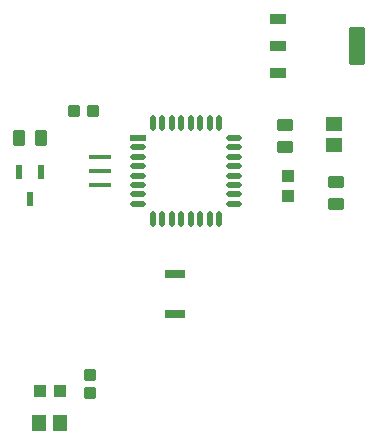
<source format=gbr>
%TF.GenerationSoftware,Altium Limited,Altium Designer,20.0.13 (296)*%
G04 Layer_Color=8421504*
%FSLAX45Y45*%
%MOMM*%
%TF.FileFunction,Paste,Top*%
%TF.Part,Single*%
G01*
G75*
%TA.AperFunction,SMDPad,CuDef*%
%ADD10R,1.47000X1.16000*%
G04:AMPARAMS|DCode=11|XSize=1mm|YSize=1.42mm|CornerRadius=0.125mm|HoleSize=0mm|Usage=FLASHONLY|Rotation=90.000|XOffset=0mm|YOffset=0mm|HoleType=Round|Shape=RoundedRectangle|*
%AMROUNDEDRECTD11*
21,1,1.00000,1.17000,0,0,90.0*
21,1,0.75000,1.42000,0,0,90.0*
1,1,0.25000,0.58500,0.37500*
1,1,0.25000,0.58500,-0.37500*
1,1,0.25000,-0.58500,-0.37500*
1,1,0.25000,-0.58500,0.37500*
%
%ADD11ROUNDEDRECTD11*%
%ADD12R,1.00000X1.10000*%
%ADD13R,1.70000X0.80000*%
%ADD15R,1.35523X0.48583*%
G04:AMPARAMS|DCode=16|XSize=1.35523mm|YSize=0.48583mm|CornerRadius=0.24292mm|HoleSize=0mm|Usage=FLASHONLY|Rotation=0.000|XOffset=0mm|YOffset=0mm|HoleType=Round|Shape=RoundedRectangle|*
%AMROUNDEDRECTD16*
21,1,1.35523,0.00000,0,0,0.0*
21,1,0.86940,0.48583,0,0,0.0*
1,1,0.48583,0.43470,0.00000*
1,1,0.48583,-0.43470,0.00000*
1,1,0.48583,-0.43470,0.00000*
1,1,0.48583,0.43470,0.00000*
%
%ADD16ROUNDEDRECTD16*%
G04:AMPARAMS|DCode=17|XSize=0.48583mm|YSize=1.35523mm|CornerRadius=0.24292mm|HoleSize=0mm|Usage=FLASHONLY|Rotation=0.000|XOffset=0mm|YOffset=0mm|HoleType=Round|Shape=RoundedRectangle|*
%AMROUNDEDRECTD17*
21,1,0.48583,0.86940,0,0,0.0*
21,1,0.00000,1.35523,0,0,0.0*
1,1,0.48583,0.00000,-0.43470*
1,1,0.48583,0.00000,-0.43470*
1,1,0.48583,0.00000,0.43470*
1,1,0.48583,0.00000,0.43470*
%
%ADD17ROUNDEDRECTD17*%
%ADD18R,1.90000X0.40000*%
G04:AMPARAMS|DCode=19|XSize=0.94mm|YSize=1.02mm|CornerRadius=0.094mm|HoleSize=0mm|Usage=FLASHONLY|Rotation=0.000|XOffset=0mm|YOffset=0mm|HoleType=Round|Shape=RoundedRectangle|*
%AMROUNDEDRECTD19*
21,1,0.94000,0.83200,0,0,0.0*
21,1,0.75200,1.02000,0,0,0.0*
1,1,0.18800,0.37600,-0.41600*
1,1,0.18800,-0.37600,-0.41600*
1,1,0.18800,-0.37600,0.41600*
1,1,0.18800,0.37600,0.41600*
%
%ADD19ROUNDEDRECTD19*%
G04:AMPARAMS|DCode=20|XSize=1mm|YSize=1.42mm|CornerRadius=0.125mm|HoleSize=0mm|Usage=FLASHONLY|Rotation=180.000|XOffset=0mm|YOffset=0mm|HoleType=Round|Shape=RoundedRectangle|*
%AMROUNDEDRECTD20*
21,1,1.00000,1.17000,0,0,180.0*
21,1,0.75000,1.42000,0,0,180.0*
1,1,0.25000,-0.37500,0.58500*
1,1,0.25000,0.37500,0.58500*
1,1,0.25000,0.37500,-0.58500*
1,1,0.25000,-0.37500,-0.58500*
%
%ADD20ROUNDEDRECTD20*%
%ADD21R,0.60000X1.15000*%
%ADD22R,1.10000X1.00000*%
%ADD23R,1.16000X1.47000*%
G04:AMPARAMS|DCode=24|XSize=0.94mm|YSize=1.02mm|CornerRadius=0.094mm|HoleSize=0mm|Usage=FLASHONLY|Rotation=270.000|XOffset=0mm|YOffset=0mm|HoleType=Round|Shape=RoundedRectangle|*
%AMROUNDEDRECTD24*
21,1,0.94000,0.83200,0,0,270.0*
21,1,0.75200,1.02000,0,0,270.0*
1,1,0.18800,-0.41600,-0.37600*
1,1,0.18800,-0.41600,0.37600*
1,1,0.18800,0.41600,0.37600*
1,1,0.18800,0.41600,-0.37600*
%
%ADD24ROUNDEDRECTD24*%
G04:AMPARAMS|DCode=25|XSize=3.24mm|YSize=1.31mm|CornerRadius=0.09825mm|HoleSize=0mm|Usage=FLASHONLY|Rotation=270.000|XOffset=0mm|YOffset=0mm|HoleType=Round|Shape=RoundedRectangle|*
%AMROUNDEDRECTD25*
21,1,3.24000,1.11350,0,0,270.0*
21,1,3.04350,1.31000,0,0,270.0*
1,1,0.19650,-0.55675,-1.52175*
1,1,0.19650,-0.55675,1.52175*
1,1,0.19650,0.55675,1.52175*
1,1,0.19650,0.55675,-1.52175*
%
%ADD25ROUNDEDRECTD25*%
G04:AMPARAMS|DCode=26|XSize=0.93mm|YSize=1.31mm|CornerRadius=0.06975mm|HoleSize=0mm|Usage=FLASHONLY|Rotation=270.000|XOffset=0mm|YOffset=0mm|HoleType=Round|Shape=RoundedRectangle|*
%AMROUNDEDRECTD26*
21,1,0.93000,1.17050,0,0,270.0*
21,1,0.79050,1.31000,0,0,270.0*
1,1,0.13950,-0.58525,-0.39525*
1,1,0.13950,-0.58525,0.39525*
1,1,0.13950,0.58525,0.39525*
1,1,0.13950,0.58525,-0.39525*
%
%ADD26ROUNDEDRECTD26*%
D10*
X14617700Y9663801D02*
D03*
Y9487799D02*
D03*
D11*
X14630400Y9174002D02*
D03*
Y8987003D02*
D03*
X14198599Y9656602D02*
D03*
Y9469603D02*
D03*
D12*
X14224001Y9228999D02*
D03*
Y9059001D02*
D03*
D13*
X13271500Y8399602D02*
D03*
Y8059598D02*
D03*
D15*
X12955386Y9550999D02*
D03*
D16*
Y9471000D02*
D03*
Y9391000D02*
D03*
Y9311000D02*
D03*
Y9231000D02*
D03*
Y9151000D02*
D03*
Y9071000D02*
D03*
Y8991001D02*
D03*
X13770483D02*
D03*
Y9071000D02*
D03*
Y9151000D02*
D03*
Y9231000D02*
D03*
Y9311000D02*
D03*
Y9391000D02*
D03*
Y9471000D02*
D03*
Y9550999D02*
D03*
D17*
X13082935Y8863452D02*
D03*
X13162935D02*
D03*
X13242935D02*
D03*
X13322935D02*
D03*
X13402934D02*
D03*
X13482935D02*
D03*
X13562935D02*
D03*
X13642934D02*
D03*
Y9678548D02*
D03*
X13562935D02*
D03*
X13482935D02*
D03*
X13402934D02*
D03*
X13322935D02*
D03*
X13242935D02*
D03*
X13162935D02*
D03*
X13082935D02*
D03*
D18*
X12636500Y9391000D02*
D03*
Y9151000D02*
D03*
Y9271000D02*
D03*
D19*
X12573000Y9779000D02*
D03*
X12415002D02*
D03*
D20*
X11946103Y9550400D02*
D03*
X12133102D02*
D03*
D21*
X12134601Y9257248D02*
D03*
X11944599D02*
D03*
X12039600Y9032250D02*
D03*
D22*
X12298502Y7404100D02*
D03*
X12128500D02*
D03*
D23*
X12292701Y7137400D02*
D03*
X12116699D02*
D03*
D24*
X12547600Y7385802D02*
D03*
Y7543800D02*
D03*
D25*
X14812498Y10325100D02*
D03*
D26*
X14143501Y10096099D02*
D03*
Y10325100D02*
D03*
Y10554101D02*
D03*
%TF.MD5,e93ff3741f6a746f093181431bafcbc3*%
M02*

</source>
